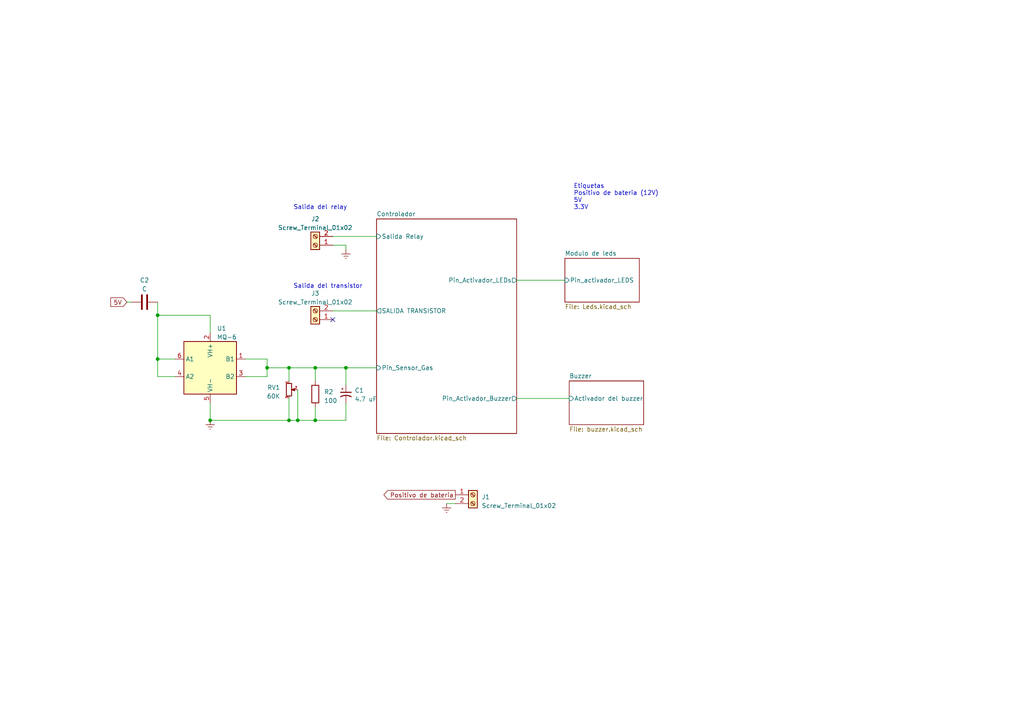
<source format=kicad_sch>
(kicad_sch (version 20230121) (generator eeschema)
  (paper "A4")
  (lib_symbols
    (symbol "Connector:Screw_Terminal_01x02" (pin_names (offset 1.016) hide)
      (property "Reference" "J" (at 0 2.54 0))
      (property "Value" "Screw_Terminal_01x02" (at 0 -5.08 0))
      (symbol "Screw_Terminal_01x02_1_1"
        (rectangle (start -1.27 1.27) (end 1.27 -3.81) (stroke (width 0.254)) (fill (type background)))
        (circle (center 0 -2.54) (radius 0.635) (stroke (width 0.1524)))
        (polyline (pts (xy -0.5334 -2.2098) (xy 0.3302 -3.048)) (stroke (width 0.1524)))
        (polyline (pts (xy -0.5334 0.3302) (xy 0.3302 -0.508)) (stroke (width 0.1524)))
        (polyline (pts (xy -0.3556 -2.032) (xy 0.508 -2.8702)) (stroke (width 0.1524)))
        (polyline (pts (xy -0.3556 0.508) (xy 0.508 -0.3302)) (stroke (width 0.1524)))
        (circle (center 0 0) (radius 0.635) (stroke (width 0.1524)))
        (pin passive line (at -5.08 0 0) (length 3.81) (name "Pin_1") (number "1"))
        (pin passive line (at -5.08 -2.54 0) (length 3.81) (name "Pin_2") (number "2"))
      )
    )
    (symbol "Device:C" (pin_numbers hide) (pin_names (offset 0.254))
      (property "Reference" "C" (at 0.635 2.54 0))
      (property "Value" "C" (at 0.635 -2.54 0))
      (symbol "C_0_1"
        (polyline (pts (xy -2.032 -0.762) (xy 2.032 -0.762)) (stroke (width 0.508)))
        (polyline (pts (xy -2.032 0.762) (xy 2.032 0.762)) (stroke (width 0.508)))
      )
      (symbol "C_1_1"
        (pin passive line (at 0 3.81 270) (length 2.794) (name "~") (number "1"))
        (pin passive line (at 0 -3.81 90) (length 2.794) (name "~") (number "2"))
      )
    )
    (symbol "Device:C_Polarized_Small_US" (pin_numbers hide) (pin_names (offset 0.254) hide)
      (property "Reference" "C" (at 0.254 1.778 0))
      (property "Value" "C_Polarized_Small_US" (at 0.254 -2.032 0))
      (symbol "C_Polarized_Small_US_0_1"
        (polyline (pts (xy -1.524 0.508) (xy 1.524 0.508)) (stroke (width 0.3048)))
        (polyline (pts (xy -1.27 1.524) (xy -0.762 1.524)))
        (polyline (pts (xy -1.016 1.27) (xy -1.016 1.778)))
        (arc (start 1.524 -0.762) (mid 0 -0.3734) (end -1.524 -0.762) (stroke (width 0.3048)))
      )
      (symbol "C_Polarized_Small_US_1_1"
        (pin passive line (at 0 2.54 270) (length 2.032) (name "~") (number "1"))
        (pin passive line (at 0 -2.54 90) (length 2.032) (name "~") (number "2"))
      )
    )
    (symbol "Device:R" (pin_numbers hide) (pin_names (offset 0))
      (property "Reference" "R" (at 2.032 0 90))
      (property "Value" "R" (at 0 0 90))
      (symbol "R_0_1"
        (rectangle (start -1.016 -2.54) (end 1.016 2.54) (stroke (width 0.254)))
      )
      (symbol "R_1_1"
        (pin passive line (at 0 3.81 270) (length 1.27) (name "~") (number "1"))
        (pin passive line (at 0 -3.81 90) (length 1.27) (name "~") (number "2"))
      )
    )
    (symbol "Device:R_Potentiometer_Small" (pin_names (offset 1.016) hide)
      (property "Reference" "RV" (at -4.445 0 90))
      (property "Value" "R_Potentiometer_Small" (at -2.54 0 90))
      (symbol "R_Potentiometer_Small_0_1"
        (polyline (pts (xy 0.889 0) (xy 0.635 0) (xy 1.651 0.381) (xy 1.651 -0.381) (xy 0.635 0) (xy 0.889 0)) (fill (type outline)))
        (rectangle (start 0.762 1.8034) (end -0.762 -1.8034) (stroke (width 0.254)))
      )
      (symbol "R_Potentiometer_Small_1_1"
        (pin passive line (at 0 2.54 270) (length 0.635) (name "1") (number "1"))
        (pin passive line (at 2.54 0 180) (length 0.9906) (name "2") (number "2"))
        (pin passive line (at 0 -2.54 90) (length 0.635) (name "3") (number "3"))
      )
    )
    (symbol "Sensor_Gas:MQ-6"
      (property "Reference" "U" (at -6.35 8.89 0))
      (property "Value" "MQ-6" (at 3.81 8.89 0))
      (symbol "MQ-6_0_1"
        (rectangle (start -7.62 7.62) (end 7.62 -7.62) (stroke (width 0.254)) (fill (type background)))
      )
      (symbol "MQ-6_1_1"
        (pin passive line (at 10.16 2.54 180) (length 2.54) (name "B1") (number "1"))
        (pin power_in line (at 0 10.16 270) (length 2.54) (name "VH+") (number "2"))
        (pin passive line (at 10.16 -2.54 180) (length 2.54) (name "B2") (number "3"))
        (pin passive line (at -10.16 -2.54 0) (length 2.54) (name "A2") (number "4"))
        (pin power_in line (at 0 -10.16 90) (length 2.54) (name "VH-") (number "5"))
        (pin passive line (at -10.16 2.54 0) (length 2.54) (name "A1") (number "6"))
      )
    )
    (symbol "power:Earth" (power) (pin_names (offset 0))
      (symbol "Earth_0_1"
        (polyline (pts (xy -0.635 -1.905) (xy 0.635 -1.905)))
        (polyline (pts (xy -0.127 -2.54) (xy 0.127 -2.54)))
        (polyline (pts (xy 0 -1.27) (xy 0 0)))
        (polyline (pts (xy 1.27 -1.27) (xy -1.27 -1.27)))
      )
      (symbol "Earth_1_1"
        (pin power_in line (at 0 0 270) (length 0) hide (name "Earth") (number "1"))
      )
    )
  )
  (junction (at 45.72 91.44))
  (junction (at 83.82 106.68))
  (junction (at 45.72 104.14))
  (junction (at 83.82 121.92))
  (junction (at 60.96 121.92))
  (junction (at 77.47 106.68))
  (junction (at 91.44 106.68))
  (junction (at 100.33 106.68))
  (junction (at 91.44 121.92))
  (junction (at 86.36 121.92))
  (no_connect (at 96.52 92.71))
  (wire (pts (xy 129.54 146.05) (xy 132.08 146.05)))
  (wire (pts (xy 45.72 104.14) (xy 45.72 109.22)))
  (wire (pts (xy 60.96 121.92) (xy 60.96 116.84)))
  (wire (pts (xy 100.33 72.39) (xy 100.33 71.12)))
  (wire (pts (xy 86.36 121.92) (xy 91.44 121.92)))
  (wire (pts (xy 60.96 121.92) (xy 83.82 121.92)))
  (wire (pts (xy 91.44 110.49) (xy 91.44 106.68)))
  (wire (pts (xy 149.86 81.28) (xy 163.83 81.28)))
  (wire (pts (xy 77.47 106.68) (xy 77.47 109.22)))
  (wire (pts (xy 71.12 104.14) (xy 77.47 104.14)))
  (wire (pts (xy 100.33 106.68) (xy 109.22 106.68)))
  (wire (pts (xy 96.52 90.17) (xy 109.22 90.17)))
  (wire (pts (xy 83.82 106.68) (xy 77.47 106.68)))
  (wire (pts (xy 60.96 96.52) (xy 60.96 91.44)))
  (wire (pts (xy 100.33 111.76) (xy 100.33 106.68)))
  (wire (pts (xy 45.72 87.63) (xy 45.72 91.44)))
  (wire (pts (xy 36.83 87.63) (xy 38.1 87.63)))
  (wire (pts (xy 86.36 113.03) (xy 86.36 121.92)))
  (wire (pts (xy 50.8 104.14) (xy 45.72 104.14)))
  (wire (pts (xy 77.47 109.22) (xy 71.12 109.22)))
  (wire (pts (xy 60.96 91.44) (xy 45.72 91.44)))
  (wire (pts (xy 100.33 116.84) (xy 100.33 121.92)))
  (wire (pts (xy 91.44 106.68) (xy 83.82 106.68)))
  (wire (pts (xy 77.47 104.14) (xy 77.47 106.68)))
  (wire (pts (xy 100.33 71.12) (xy 96.52 71.12)))
  (wire (pts (xy 83.82 106.68) (xy 83.82 110.49)))
  (wire (pts (xy 45.72 91.44) (xy 45.72 104.14)))
  (wire (pts (xy 100.33 106.68) (xy 91.44 106.68)))
  (wire (pts (xy 83.82 115.57) (xy 83.82 121.92)))
  (wire (pts (xy 149.86 115.57) (xy 165.1 115.57)))
  (wire (pts (xy 91.44 118.11) (xy 91.44 121.92)))
  (wire (pts (xy 86.36 121.92) (xy 83.82 121.92)))
  (wire (pts (xy 100.33 121.92) (xy 91.44 121.92)))
  (wire (pts (xy 45.72 109.22) (xy 50.8 109.22)))
  (wire (pts (xy 96.52 68.58) (xy 109.22 68.58)))
  (text "Etiquetas\nPositivo de bateria (12V)\n5V\n3.3V\n" (at 166.37 60.96 0) (effects (font (size 1.27 1.27)) (justify left bottom)))
  (text "Salida del relay" (at 85.09 60.96 0) (effects (font (size 1.27 1.27)) (justify left bottom)))
  (text "Salida del transistor" (at 85.09 83.82 0) (effects (font (size 1.27 1.27)) (justify left bottom)))
  (global_label "Positivo de bateria" (shape output) (at 132.08 143.51 180) (property "Intersheetrefs" "${INTERSHEET_REFS}" (effects hide)))
  (global_label "5V" (shape input) (at 36.83 87.63 180) (property "Intersheetrefs" "${INTERSHEET_REFS}" (effects hide)))
  (symbol (lib_id "power:Earth") (at 100.33 72.39 0) (unit 1)
    (property "Reference" "#PWR02" (effects hide))
    (property "Value" "Earth" (effects hide))
  )
  (symbol (lib_id "Device:C_Polarized_Small_US") (at 100.33 114.3 0) (unit 1)
    (property "Reference" "C1" (at 102.87 113.2332 0) (effects (justify left)))
    (property "Value" "4.7 uF" (at 102.87 115.7732 0) (effects (justify left)))
    (property "Footprint" "Capacitor_SMD:CP_Elec_6.3x7.7" (effects hide))
  )
  (symbol (lib_id "power:Earth") (at 129.54 146.05 0) (unit 1)
    (property "Reference" "#PWR01" (effects hide))
    (property "Value" "Earth" (effects hide))
  )
  (symbol (lib_id "Device:C") (at 41.91 87.63 270) (unit 1)
    (property "Reference" "C2" (at 41.91 81.28 90))
    (property "Value" "C" (at 41.91 83.82 90))
    (property "Footprint" "Capacitor_SMD:C_0603_1608Metric" (effects hide))
  )
  (symbol (lib_id "power:Earth") (at 60.96 121.92 0) (unit 1)
    (property "Reference" "#PWR05" (effects hide))
    (property "Value" "Earth" (effects hide))
  )
  (symbol (lib_id "Sensor_Gas:MQ-6") (at 60.96 106.68 0) (unit 1)
    (property "Reference" "U1" (at 62.9159 95.25 0) (effects (justify left)))
    (property "Value" "MQ-6" (at 62.9159 97.79 0) (effects (justify left)))
    (property "Footprint" "Sensor:MQ-6" (effects hide))
    (property "Datasheet" "https://www.winsen-sensor.com/d/files/semiconductor/mq-6.pdf" (effects hide))
  )
  (symbol (lib_id "Connector:Screw_Terminal_01x02") (at 137.16 143.51 0) (unit 1)
    (property "Reference" "J1" (at 139.7 144.145 0) (effects (justify left)))
    (property "Value" "Screw_Terminal_01x02" (at 139.7 146.685 0) (effects (justify left)))
    (property "Footprint" "TerminalBlock_MetzConnect:TerminalBlock_MetzConnect_Type011_RT05502HBWC_1x02_P5.00mm_Horizontal" (effects hide))
  )
  (symbol (lib_id "Connector:Screw_Terminal_01x02") (at 91.44 71.12 180) (unit 1)
    (property "Reference" "J2" (at 91.44 63.5 0))
    (property "Value" "Screw_Terminal_01x02" (at 91.44 66.04 0))
    (property "Footprint" "TerminalBlock_MetzConnect:TerminalBlock_MetzConnect_Type011_RT05502HBWC_1x02_P5.00mm_Horizontal" (effects hide))
  )
  (symbol (lib_id "Device:R_Potentiometer_Small") (at 83.82 113.03 0) (unit 1)
    (property "Reference" "RV1" (at 81.28 112.395 0) (effects (justify right)))
    (property "Value" "60K" (at 81.28 114.935 0) (effects (justify right)))
  )
  (symbol (lib_id "Device:R") (at 91.44 114.3 0) (unit 1)
    (property "Reference" "R2" (at 93.98 113.665 0) (effects (justify left)))
    (property "Value" "100" (at 93.98 116.205 0) (effects (justify left)))
    (property "Footprint" "Resistor_SMD:R_0603_1608Metric" (effects hide))
  )
  (symbol (lib_id "Connector:Screw_Terminal_01x02") (at 91.44 92.71 180) (unit 1)
    (property "Reference" "J3" (at 91.44 85.09 0))
    (property "Value" "Screw_Terminal_01x02" (at 91.44 87.63 0))
    (property "Footprint" "TerminalBlock_MetzConnect:TerminalBlock_MetzConnect_Type011_RT05502HBWC_1x02_P5.00mm_Horizontal" (effects hide))
  )
  (sheet (at 165.1 110.49) (size 21.59 12.7) (stroke (width 0.1524))
    (property "Sheetname" "Buzzer" (at 165.1 109.7784 0) (effects (justify left bottom)))
    (property "Sheetfile" "buzzer.kicad_sch" (at 165.1 123.7746 0) (effects (justify left top)))
    (pin "Activador del buzzer" input (at 165.1 115.57 180))
  )
  (sheet (at 109.22 63.5) (size 40.64 62.23) (stroke (width 0.1524))
    (property "Sheetname" "Controlador" (at 109.22 62.7884 0) (effects (justify left bottom)))
    (property "Sheetfile" "Controlador.kicad_sch" (at 109.22 126.3146 0) (effects (justify left top)))
    (pin "SALIDA TRANSISTOR" output (at 109.22 90.17 180))
    (pin "Salida Relay" input (at 109.22 68.58 180))
    (pin "Pin_Sensor_Gas" input (at 109.22 106.68 180))
    (pin "Pin_Activador_Buzzer" output (at 149.86 115.57 0))
    (pin "Pin_Activador_LEDs" output (at 149.86 81.28 0))
  )
  (sheet (at 163.83 74.93) (size 21.59 12.7) (stroke (width 0.1524))
    (property "Sheetname" "Modulo de leds" (at 163.83 74.2184 0) (effects (justify left bottom)))
    (property "Sheetfile" "Leds.kicad_sch" (at 163.83 88.2146 0) (effects (justify left top)))
    (pin "Pin_activador_LEDS" input (at 163.83 81.28 180))
  )
)
</source>
